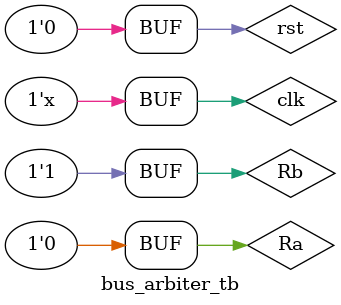
<source format=v>
`timescale 1ns / 1ps


module bus_arbiter(
    input Ra,Rb,clk,rst,
    output reg Ga,Gb
    );
    reg [1:0] state; 
    parameter idle = 2'b00;
    parameter GrantA = 2'b01;
    parameter GrantB = 2'b10;
    always @(posedge clk)
        begin
            if(rst==1'b1)
                state <= idle;
            else begin
                case(state)
                    idle: begin
                         Ga <= 0; Gb<=0;
                         if(Ra) state <= GrantA;
                         else if(Rb) state <= GrantB;
                         else state <= idle;
                    end
                    
                     GrantA: begin
                           Ga <= 1; Gb<=0;
                           if(Ra) state <= GrantA;
                           else if(Rb==1 && Ra==0) state <= GrantB;
                           else state <= idle;
                     end
                      GrantB: begin
                           Ga <= 0; Gb<=1;
                           if(Rb) state <= GrantB;
                           else if(Rb==0 && Ra==1) state <= GrantB;
                           else state <= idle;
                     end
                endcase
            end
        
        end
endmodule

module bus_arbiter_tb;
     reg Ra,Rb,clk,rst;
     wire Ga,Gb;
bus_arbiter uut(Ra,Rb,clk,rst,Ga,Gb);
initial clk=0;
always #10 clk=~clk;
initial begin
    rst=0;
    Ra=1; Rb=0; #20 Ra=0; Rb=1;
end
endmodule

</source>
